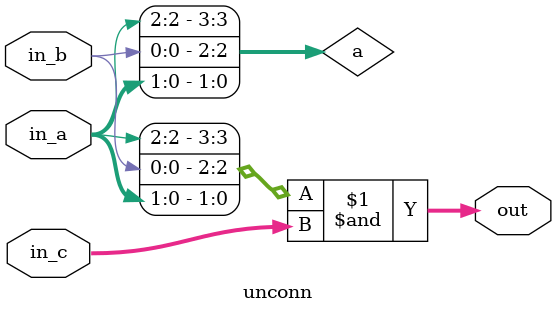
<source format=v>
module top (
    top_a,
    top_c,
    top_out
);

input [2:0] top_a;
input [3:0] top_c;
output [3:0] top_out;

unconn my_mod(.in_a(top_a), .in_b(), .in_c(top_c), .out(top_out));

endmodule

module unconn (
    in_a,
    in_b,
    in_c,
    out
);

input [2:0] in_a;
input       in_b;
input [3:0] in_c;

output [3:0] out;

reg [3:0] a;

assign a[1:0] = in_a[1:0];
assign a[3] = in_a[2];
assign a[2] = in_b;


assign out = a & in_c;

endmodule
</source>
